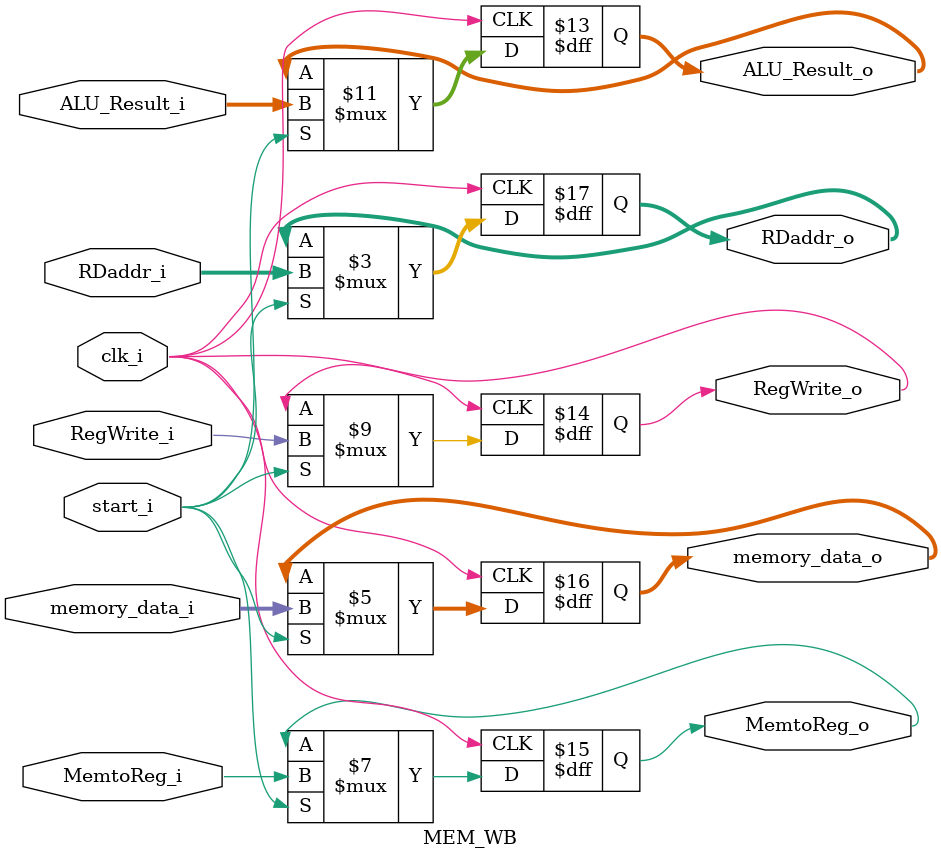
<source format=v>
module MEM_WB(
	//TODO : Magic : For IF_ID.v : cannot write inst_o at PC=0. At PC=0, inst_o 	shall be 32'b0 , since 1st instruction is still in IF stage , and no one is in ID stage !! So IF_IF.inst_o shall be 32'b0 at that time !!
	// 1. Method For Fixing : Utilize the signal `start_i` of CPU.v . 
	start_i,

	clk_i,

	ALU_Result_i,
	ALU_Result_o,

	RegWrite_i,
	RegWrite_o,
	MemtoReg_i,
	MemtoReg_o,
	RDaddr_i,
	RDaddr_o,
	
	memory_data_i,
	memory_data_o	
);
//TODO : Magic : For IF_ID.v : cannot write inst_o at PC=0. At PC=0, inst_o 	shall be 32'b0 , since 1st instruction is still in IF stage , and no one is in ID stage !! So IF_IF.inst_o shall be 32'b0 at that time !!
// 1. Method For Fixing : Utilize the signal `start_i` of CPU.v . 
input start_i;

// write at posedge clock
input clk_i;
//
input [31:0] ALU_Result_i;
//output reg [31:0] ALU_Result_o;
output reg [31:0] ALU_Result_o; // = 32'b0;
// WB stage
input RegWrite_i;
//output reg RegWrite_o;
output reg RegWrite_o; // = 1'b0;
input MemtoReg_i;
//output reg MemtoReg_o;
output reg MemtoReg_o; // = 1'b0;
// WB additional
input [31:0] memory_data_i;
//output reg [31:0] memory_data_o;
output reg [31:0] memory_data_o; // = 32'b0;
// register addr
input [4:0] RDaddr_i;
//output reg [4:0] RDaddr_o;
output reg [4:0] RDaddr_o; // = 5'b0;

//TODO : initialize reg in initial
initial begin
	//output reg [31:0] ALU_Result_o;
	ALU_Result_o = 32'b0;
// WB stage
//output reg RegWrite_o;
	RegWrite_o = 1'b0;
//output reg MemtoReg_o;
	MemtoReg_o = 1'b0;
// WB additional
//output reg [31:0] memory_data_o;
	memory_data_o = 32'b0;
// register addr
//output reg [4:0] RDaddr_o;
	RDaddr_o = 5'b0;
end


always @(posedge clk_i)
begin
	//TODO : Magic : For IF_ID.v : cannot write inst_o at PC=0. At PC=0, inst_o 	shall be 32'b0 , since 1st instruction is still in IF stage , and no one is in ID stage !! So IF_IF.inst_o shall be 32'b0 at that time !!
	// 1. Method For Fixing : Utilize the signal `start_i` of CPU.v . 
	if(start_i) begin
		RegWrite_o <= RegWrite_i;
		MemtoReg_o <= MemtoReg_i;
		RDaddr_o <= RDaddr_i;
		// MEM stage additional
		ALU_Result_o <= ALU_Result_i;
		// WB additional
		memory_data_o <= memory_data_i;
	end
end

endmodule


</source>
